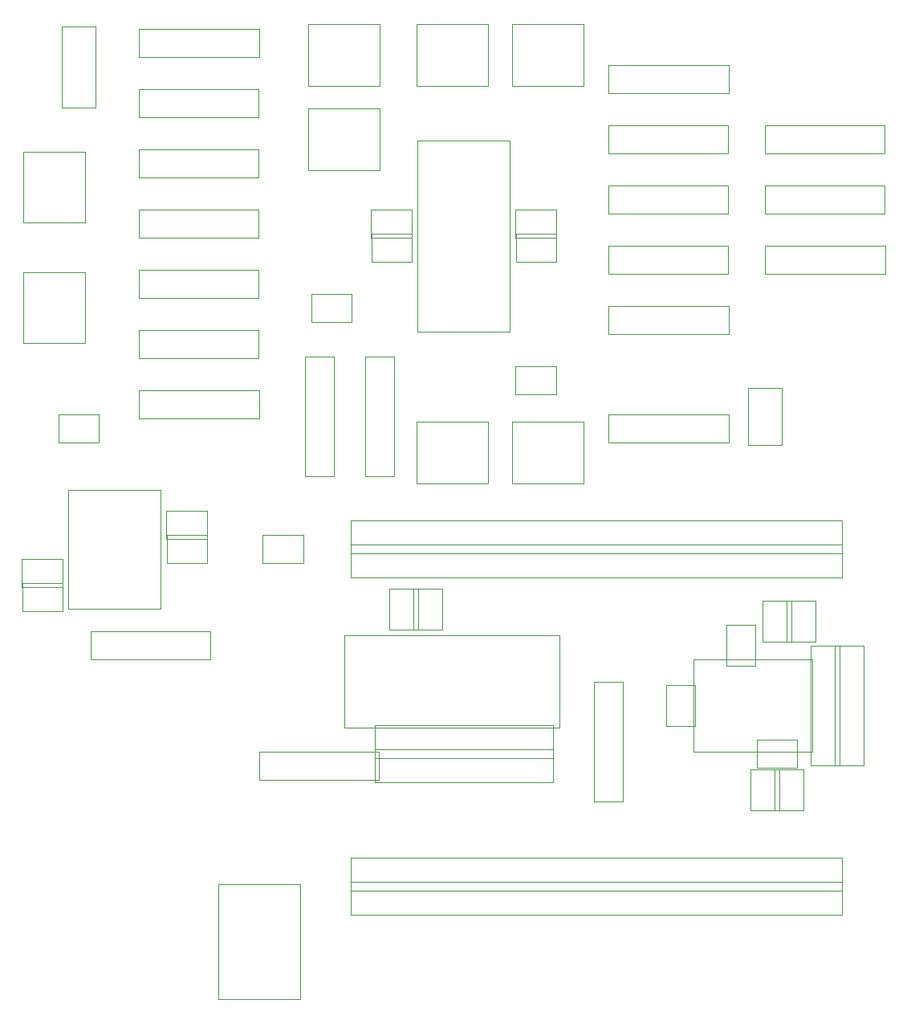
<source format=gbr>
G04 #@! TF.FileFunction,Other,User*
%FSLAX46Y46*%
G04 Gerber Fmt 4.6, Leading zero omitted, Abs format (unit mm)*
G04 Created by KiCad (PCBNEW 4.0.2-stable) date 2016 September 16, Friday 02:04:32*
%MOMM*%
G01*
G04 APERTURE LIST*
%ADD10C,0.100000*%
%ADD11C,0.050000*%
G04 APERTURE END LIST*
D10*
D11*
X11450000Y-65810000D02*
X24100000Y-65810000D01*
X11450000Y-68810000D02*
X11450000Y-65810000D01*
X24100000Y-65810000D02*
X24100000Y-68810000D01*
X11450000Y-68810000D02*
X24100000Y-68810000D01*
X78720000Y-45950000D02*
X66070000Y-45950000D01*
X78720000Y-42950000D02*
X78720000Y-45950000D01*
X66070000Y-45950000D02*
X66070000Y-42950000D01*
X78720000Y-42950000D02*
X66070000Y-42950000D01*
X83590000Y-84720000D02*
X83590000Y-80420000D01*
X83590000Y-80420000D02*
X86590000Y-80420000D01*
X86590000Y-80420000D02*
X86590000Y-84720000D01*
X86590000Y-84720000D02*
X83590000Y-84720000D01*
X84860000Y-66940000D02*
X84860000Y-62640000D01*
X84860000Y-62640000D02*
X87860000Y-62640000D01*
X87860000Y-62640000D02*
X87860000Y-66940000D01*
X87860000Y-66940000D02*
X84860000Y-66940000D01*
X82320000Y-66940000D02*
X82320000Y-62640000D01*
X82320000Y-62640000D02*
X85320000Y-62640000D01*
X85320000Y-62640000D02*
X85320000Y-66940000D01*
X85320000Y-66940000D02*
X82320000Y-66940000D01*
X81050000Y-84720000D02*
X81050000Y-80420000D01*
X81050000Y-80420000D02*
X84050000Y-80420000D01*
X84050000Y-80420000D02*
X84050000Y-84720000D01*
X84050000Y-84720000D02*
X81050000Y-84720000D01*
X75160000Y-71490000D02*
X75160000Y-75790000D01*
X75160000Y-75790000D02*
X72160000Y-75790000D01*
X72160000Y-75790000D02*
X72160000Y-71490000D01*
X72160000Y-71490000D02*
X75160000Y-71490000D01*
X78510000Y-69480000D02*
X78510000Y-65180000D01*
X78510000Y-65180000D02*
X81510000Y-65180000D01*
X81510000Y-65180000D02*
X81510000Y-69480000D01*
X81510000Y-69480000D02*
X78510000Y-69480000D01*
X85990000Y-80240000D02*
X81690000Y-80240000D01*
X81690000Y-80240000D02*
X81690000Y-77240000D01*
X81690000Y-77240000D02*
X85990000Y-77240000D01*
X85990000Y-77240000D02*
X85990000Y-80240000D01*
X90400000Y-67330000D02*
X90400000Y-79980000D01*
X87400000Y-67330000D02*
X90400000Y-67330000D01*
X90400000Y-79980000D02*
X87400000Y-79980000D01*
X87400000Y-67330000D02*
X87400000Y-79980000D01*
X89940000Y-79990000D02*
X89940000Y-67340000D01*
X92940000Y-79990000D02*
X89940000Y-79990000D01*
X89940000Y-67340000D02*
X92940000Y-67340000D01*
X92940000Y-79990000D02*
X92940000Y-67340000D01*
X45950000Y-61330000D02*
X45950000Y-65630000D01*
X45950000Y-65630000D02*
X42950000Y-65630000D01*
X42950000Y-65630000D02*
X42950000Y-61330000D01*
X42950000Y-61330000D02*
X45950000Y-61330000D01*
X48490000Y-61330000D02*
X48490000Y-65630000D01*
X48490000Y-65630000D02*
X45490000Y-65630000D01*
X45490000Y-65630000D02*
X45490000Y-61330000D01*
X45490000Y-61330000D02*
X48490000Y-61330000D01*
X29230000Y-78510000D02*
X41880000Y-78510000D01*
X29230000Y-81510000D02*
X29230000Y-78510000D01*
X41880000Y-78510000D02*
X41880000Y-81510000D01*
X29230000Y-81510000D02*
X41880000Y-81510000D01*
X29580000Y-55650000D02*
X33880000Y-55650000D01*
X33880000Y-55650000D02*
X33880000Y-58650000D01*
X33880000Y-58650000D02*
X29580000Y-58650000D01*
X29580000Y-58650000D02*
X29580000Y-55650000D01*
X82570000Y-12470000D02*
X95220000Y-12470000D01*
X82570000Y-15470000D02*
X82570000Y-12470000D01*
X95220000Y-12470000D02*
X95220000Y-15470000D01*
X82570000Y-15470000D02*
X95220000Y-15470000D01*
X78720000Y-9120000D02*
X66070000Y-9120000D01*
X78720000Y-6120000D02*
X78720000Y-9120000D01*
X66070000Y-9120000D02*
X66070000Y-6120000D01*
X78720000Y-6120000D02*
X66070000Y-6120000D01*
X55900000Y-1830000D02*
X63400000Y-1830000D01*
X63400000Y-1830000D02*
X63400000Y-8330000D01*
X63400000Y-8330000D02*
X55900000Y-8330000D01*
X55900000Y-8330000D02*
X55900000Y-1830000D01*
X53320000Y-8330000D02*
X45820000Y-8330000D01*
X45820000Y-8330000D02*
X45820000Y-1830000D01*
X45820000Y-1830000D02*
X53320000Y-1830000D01*
X53320000Y-1830000D02*
X53320000Y-8330000D01*
X82570000Y-18820000D02*
X95220000Y-18820000D01*
X82570000Y-21820000D02*
X82570000Y-18820000D01*
X95220000Y-18820000D02*
X95220000Y-21820000D01*
X82570000Y-21820000D02*
X95220000Y-21820000D01*
X95230000Y-28170000D02*
X82580000Y-28170000D01*
X95230000Y-25170000D02*
X95230000Y-28170000D01*
X82580000Y-28170000D02*
X82580000Y-25170000D01*
X95230000Y-25170000D02*
X82580000Y-25170000D01*
X56250000Y-37870000D02*
X60550000Y-37870000D01*
X60550000Y-37870000D02*
X60550000Y-40870000D01*
X60550000Y-40870000D02*
X56250000Y-40870000D01*
X56250000Y-40870000D02*
X56250000Y-37870000D01*
X66060000Y-12470000D02*
X78710000Y-12470000D01*
X66060000Y-15470000D02*
X66060000Y-12470000D01*
X78710000Y-12470000D02*
X78710000Y-15470000D01*
X66060000Y-15470000D02*
X78710000Y-15470000D01*
X53320000Y-50240000D02*
X45820000Y-50240000D01*
X45820000Y-50240000D02*
X45820000Y-43740000D01*
X45820000Y-43740000D02*
X53320000Y-43740000D01*
X53320000Y-43740000D02*
X53320000Y-50240000D01*
X55900000Y-43740000D02*
X63400000Y-43740000D01*
X63400000Y-43740000D02*
X63400000Y-50240000D01*
X63400000Y-50240000D02*
X55900000Y-50240000D01*
X55900000Y-50240000D02*
X55900000Y-43740000D01*
X66060000Y-25170000D02*
X78710000Y-25170000D01*
X66060000Y-28170000D02*
X66060000Y-25170000D01*
X78710000Y-25170000D02*
X78710000Y-28170000D01*
X66060000Y-28170000D02*
X78710000Y-28170000D01*
X78720000Y-34520000D02*
X66070000Y-34520000D01*
X78720000Y-31520000D02*
X78720000Y-34520000D01*
X66070000Y-34520000D02*
X66070000Y-31520000D01*
X78720000Y-31520000D02*
X66070000Y-31520000D01*
X39000000Y-33250000D02*
X34700000Y-33250000D01*
X34700000Y-33250000D02*
X34700000Y-30250000D01*
X34700000Y-30250000D02*
X39000000Y-30250000D01*
X39000000Y-30250000D02*
X39000000Y-33250000D01*
X37060000Y-36850000D02*
X37060000Y-49500000D01*
X34060000Y-36850000D02*
X37060000Y-36850000D01*
X37060000Y-49500000D02*
X34060000Y-49500000D01*
X34060000Y-36850000D02*
X34060000Y-49500000D01*
X66060000Y-18820000D02*
X78710000Y-18820000D01*
X66060000Y-21820000D02*
X66060000Y-18820000D01*
X78710000Y-18820000D02*
X78710000Y-21820000D01*
X66060000Y-21820000D02*
X78710000Y-21820000D01*
X40410000Y-49510000D02*
X40410000Y-36860000D01*
X43410000Y-49510000D02*
X40410000Y-49510000D01*
X40410000Y-36860000D02*
X43410000Y-36860000D01*
X43410000Y-49510000D02*
X43410000Y-36860000D01*
X16530000Y-27710000D02*
X29180000Y-27710000D01*
X16530000Y-30710000D02*
X16530000Y-27710000D01*
X29180000Y-27710000D02*
X29180000Y-30710000D01*
X16530000Y-30710000D02*
X29180000Y-30710000D01*
X12330000Y-45950000D02*
X8030000Y-45950000D01*
X8030000Y-45950000D02*
X8030000Y-42950000D01*
X8030000Y-42950000D02*
X12330000Y-42950000D01*
X12330000Y-42950000D02*
X12330000Y-45950000D01*
X45350000Y-26900000D02*
X41050000Y-26900000D01*
X41050000Y-26900000D02*
X41050000Y-23900000D01*
X41050000Y-23900000D02*
X45350000Y-23900000D01*
X45350000Y-23900000D02*
X45350000Y-26900000D01*
X41010000Y-21360000D02*
X45310000Y-21360000D01*
X45310000Y-21360000D02*
X45310000Y-24360000D01*
X45310000Y-24360000D02*
X41010000Y-24360000D01*
X41010000Y-24360000D02*
X41010000Y-21360000D01*
X60590000Y-26900000D02*
X56290000Y-26900000D01*
X56290000Y-26900000D02*
X56290000Y-23900000D01*
X56290000Y-23900000D02*
X60590000Y-23900000D01*
X60590000Y-23900000D02*
X60590000Y-26900000D01*
X56250000Y-21360000D02*
X60550000Y-21360000D01*
X60550000Y-21360000D02*
X60550000Y-24360000D01*
X60550000Y-24360000D02*
X56250000Y-24360000D01*
X56250000Y-24360000D02*
X56250000Y-21360000D01*
X16530000Y-34060000D02*
X29180000Y-34060000D01*
X16530000Y-37060000D02*
X16530000Y-34060000D01*
X29180000Y-34060000D02*
X29180000Y-37060000D01*
X16530000Y-37060000D02*
X29180000Y-37060000D01*
X29190000Y-43410000D02*
X16540000Y-43410000D01*
X29190000Y-40410000D02*
X29190000Y-43410000D01*
X16540000Y-43410000D02*
X16540000Y-40410000D01*
X29190000Y-40410000D02*
X16540000Y-40410000D01*
X19420000Y-53110000D02*
X23720000Y-53110000D01*
X23720000Y-53110000D02*
X23720000Y-56110000D01*
X23720000Y-56110000D02*
X19420000Y-56110000D01*
X19420000Y-56110000D02*
X19420000Y-53110000D01*
X23760000Y-58650000D02*
X19460000Y-58650000D01*
X19460000Y-58650000D02*
X19460000Y-55650000D01*
X19460000Y-55650000D02*
X23760000Y-55650000D01*
X23760000Y-55650000D02*
X23760000Y-58650000D01*
X8520000Y-63730000D02*
X4220000Y-63730000D01*
X4220000Y-63730000D02*
X4220000Y-60730000D01*
X4220000Y-60730000D02*
X8520000Y-60730000D01*
X8520000Y-60730000D02*
X8520000Y-63730000D01*
X4180000Y-58190000D02*
X8480000Y-58190000D01*
X8480000Y-58190000D02*
X8480000Y-61190000D01*
X8480000Y-61190000D02*
X4180000Y-61190000D01*
X4180000Y-61190000D02*
X4180000Y-58190000D01*
X9110000Y-50890000D02*
X9110000Y-63440000D01*
X18810000Y-50890000D02*
X18810000Y-63440000D01*
X9110000Y-50890000D02*
X18810000Y-50890000D01*
X9110000Y-63440000D02*
X18810000Y-63440000D01*
X16530000Y-15010000D02*
X29180000Y-15010000D01*
X16530000Y-18010000D02*
X16530000Y-15010000D01*
X29180000Y-15010000D02*
X29180000Y-18010000D01*
X16530000Y-18010000D02*
X29180000Y-18010000D01*
X16530000Y-21360000D02*
X29180000Y-21360000D01*
X16530000Y-24360000D02*
X16530000Y-21360000D01*
X29180000Y-21360000D02*
X29180000Y-24360000D01*
X16530000Y-24360000D02*
X29180000Y-24360000D01*
X10870000Y-15260000D02*
X10870000Y-22760000D01*
X10870000Y-22760000D02*
X4370000Y-22760000D01*
X4370000Y-22760000D02*
X4370000Y-15260000D01*
X4370000Y-15260000D02*
X10870000Y-15260000D01*
X10870000Y-27960000D02*
X10870000Y-35460000D01*
X10870000Y-35460000D02*
X4370000Y-35460000D01*
X4370000Y-35460000D02*
X4370000Y-27960000D01*
X4370000Y-27960000D02*
X10870000Y-27960000D01*
X41890000Y-8330000D02*
X34390000Y-8330000D01*
X34390000Y-8330000D02*
X34390000Y-1830000D01*
X34390000Y-1830000D02*
X41890000Y-1830000D01*
X41890000Y-1830000D02*
X41890000Y-8330000D01*
X41890000Y-17220000D02*
X34390000Y-17220000D01*
X34390000Y-17220000D02*
X34390000Y-10720000D01*
X34390000Y-10720000D02*
X41890000Y-10720000D01*
X41890000Y-10720000D02*
X41890000Y-17220000D01*
X45940000Y-14060000D02*
X45940000Y-34210000D01*
X55640000Y-14060000D02*
X55640000Y-34210000D01*
X45940000Y-14060000D02*
X55640000Y-14060000D01*
X45940000Y-34210000D02*
X55640000Y-34210000D01*
X75020000Y-78520000D02*
X87570000Y-78520000D01*
X75020000Y-68820000D02*
X87570000Y-68820000D01*
X75020000Y-78520000D02*
X75020000Y-68820000D01*
X87570000Y-78520000D02*
X87570000Y-68820000D01*
X33500000Y-92480000D02*
X24900000Y-92480000D01*
X33500000Y-104630000D02*
X24900000Y-104630000D01*
X33500000Y-92480000D02*
X33500000Y-104630000D01*
X24900000Y-92480000D02*
X24900000Y-104630000D01*
X90650000Y-54130000D02*
X38850000Y-54130000D01*
X90650000Y-57630000D02*
X38850000Y-57630000D01*
X90650000Y-54130000D02*
X90650000Y-57630000D01*
X38850000Y-54130000D02*
X38850000Y-57630000D01*
X90650000Y-56670000D02*
X38850000Y-56670000D01*
X90650000Y-60170000D02*
X38850000Y-60170000D01*
X90650000Y-56670000D02*
X90650000Y-60170000D01*
X38850000Y-56670000D02*
X38850000Y-60170000D01*
X38190000Y-75980000D02*
X60890000Y-75980000D01*
X38190000Y-66280000D02*
X60890000Y-66280000D01*
X38190000Y-75980000D02*
X38190000Y-66280000D01*
X60890000Y-75980000D02*
X60890000Y-66280000D01*
X60170000Y-75720000D02*
X41420000Y-75720000D01*
X60170000Y-79220000D02*
X41420000Y-79220000D01*
X60170000Y-75720000D02*
X60170000Y-79220000D01*
X41420000Y-75720000D02*
X41420000Y-79220000D01*
X60170000Y-78260000D02*
X41420000Y-78260000D01*
X60170000Y-81760000D02*
X41420000Y-81760000D01*
X60170000Y-78260000D02*
X60170000Y-81760000D01*
X41420000Y-78260000D02*
X41420000Y-81760000D01*
X90650000Y-89690000D02*
X38850000Y-89690000D01*
X90650000Y-93190000D02*
X38850000Y-93190000D01*
X90650000Y-89690000D02*
X90650000Y-93190000D01*
X38850000Y-89690000D02*
X38850000Y-93190000D01*
X90650000Y-92230000D02*
X38850000Y-92230000D01*
X90650000Y-95730000D02*
X38850000Y-95730000D01*
X90650000Y-92230000D02*
X90650000Y-95730000D01*
X38850000Y-92230000D02*
X38850000Y-95730000D01*
X8410000Y-2060000D02*
X8410000Y-10660000D01*
X11910000Y-2060000D02*
X11910000Y-10660000D01*
X8410000Y-2060000D02*
X11910000Y-2060000D01*
X8410000Y-10660000D02*
X11910000Y-10660000D01*
X16530000Y-8660000D02*
X29180000Y-8660000D01*
X16530000Y-11660000D02*
X16530000Y-8660000D01*
X29180000Y-8660000D02*
X29180000Y-11660000D01*
X16530000Y-11660000D02*
X29180000Y-11660000D01*
X29190000Y-5310000D02*
X16540000Y-5310000D01*
X29190000Y-2310000D02*
X29190000Y-5310000D01*
X16540000Y-5310000D02*
X16540000Y-2310000D01*
X29190000Y-2310000D02*
X16540000Y-2310000D01*
X84300000Y-46200000D02*
X84300000Y-40150000D01*
X80800000Y-46200000D02*
X80800000Y-40150000D01*
X84300000Y-46200000D02*
X80800000Y-46200000D01*
X84300000Y-40150000D02*
X80800000Y-40150000D01*
X67540000Y-71140000D02*
X67540000Y-83790000D01*
X64540000Y-71140000D02*
X67540000Y-71140000D01*
X67540000Y-83790000D02*
X64540000Y-83790000D01*
X64540000Y-71140000D02*
X64540000Y-83790000D01*
M02*

</source>
